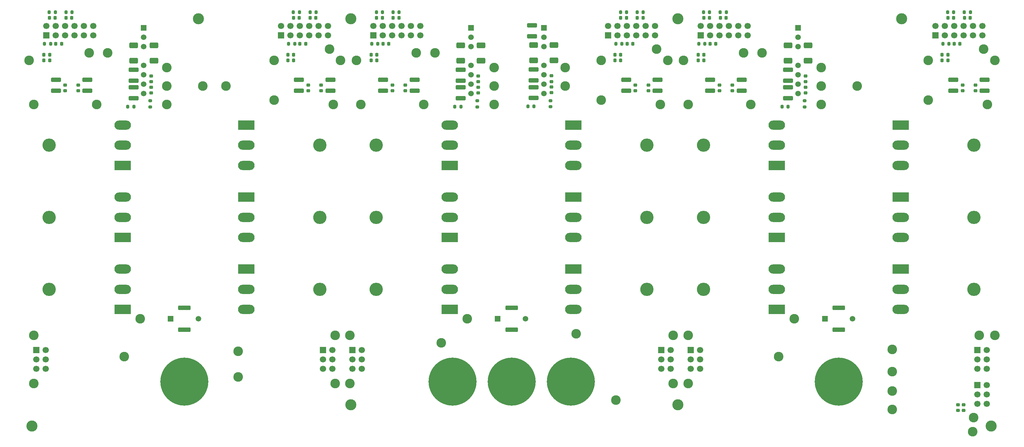
<source format=gbs>
G04 #@! TF.GenerationSoftware,KiCad,Pcbnew,9.0.1*
G04 #@! TF.CreationDate,2025-08-06T03:01:25-05:00*
G04 #@! TF.ProjectId,TractionInverter,54726163-7469-46f6-9e49-6e7665727465,rev?*
G04 #@! TF.SameCoordinates,Original*
G04 #@! TF.FileFunction,Soldermask,Bot*
G04 #@! TF.FilePolarity,Negative*
%FSLAX46Y46*%
G04 Gerber Fmt 4.6, Leading zero omitted, Abs format (unit mm)*
G04 Created by KiCad (PCBNEW 9.0.1) date 2025-08-06 03:01:25*
%MOMM*%
%LPD*%
G01*
G04 APERTURE LIST*
G04 Aperture macros list*
%AMRoundRect*
0 Rectangle with rounded corners*
0 $1 Rounding radius*
0 $2 $3 $4 $5 $6 $7 $8 $9 X,Y pos of 4 corners*
0 Add a 4 corners polygon primitive as box body*
4,1,4,$2,$3,$4,$5,$6,$7,$8,$9,$2,$3,0*
0 Add four circle primitives for the rounded corners*
1,1,$1+$1,$2,$3*
1,1,$1+$1,$4,$5*
1,1,$1+$1,$6,$7*
1,1,$1+$1,$8,$9*
0 Add four rect primitives between the rounded corners*
20,1,$1+$1,$2,$3,$4,$5,0*
20,1,$1+$1,$4,$5,$6,$7,0*
20,1,$1+$1,$6,$7,$8,$9,0*
20,1,$1+$1,$8,$9,$2,$3,0*%
G04 Aperture macros list end*
%ADD10C,3.000000*%
%ADD11R,1.700000X1.700000*%
%ADD12C,1.700000*%
%ADD13RoundRect,0.250000X-1.100000X0.325000X-1.100000X-0.325000X1.100000X-0.325000X1.100000X0.325000X0*%
%ADD14C,2.604000*%
%ADD15RoundRect,0.225000X0.250000X-0.225000X0.250000X0.225000X-0.250000X0.225000X-0.250000X-0.225000X0*%
%ADD16RoundRect,0.225000X-0.250000X0.225000X-0.250000X-0.225000X0.250000X-0.225000X0.250000X0.225000X0*%
%ADD17RoundRect,0.225000X0.225000X0.250000X-0.225000X0.250000X-0.225000X-0.250000X0.225000X-0.250000X0*%
%ADD18RoundRect,0.200000X-0.200000X-0.275000X0.200000X-0.275000X0.200000X0.275000X-0.200000X0.275000X0*%
%ADD19O,4.500000X2.500000*%
%ADD20R,4.500000X2.500000*%
%ADD21O,3.600000X3.600000*%
%ADD22RoundRect,0.225000X-0.225000X-0.250000X0.225000X-0.250000X0.225000X0.250000X-0.225000X0.250000X0*%
%ADD23RoundRect,0.250000X-1.425000X0.362500X-1.425000X-0.362500X1.425000X-0.362500X1.425000X0.362500X0*%
%ADD24RoundRect,0.200000X0.200000X0.275000X-0.200000X0.275000X-0.200000X-0.275000X0.200000X-0.275000X0*%
%ADD25RoundRect,0.250000X1.100000X-0.325000X1.100000X0.325000X-1.100000X0.325000X-1.100000X-0.325000X0*%
%ADD26RoundRect,0.200000X-0.275000X0.200000X-0.275000X-0.200000X0.275000X-0.200000X0.275000X0.200000X0*%
%ADD27C,1.500000*%
%ADD28R,1.500000X1.500000*%
%ADD29C,0.900000*%
%ADD30C,13.000000*%
%ADD31RoundRect,0.249999X0.900001X-0.525001X0.900001X0.525001X-0.900001X0.525001X-0.900001X-0.525001X0*%
G04 APERTURE END LIST*
D10*
X191250000Y-142500000D03*
X102750000Y-142500000D03*
X102750000Y-38000000D03*
X191250000Y-38000000D03*
D11*
X272225000Y-137210000D03*
D12*
X274765000Y-137210000D03*
X272225000Y-139750000D03*
X274765000Y-139750000D03*
X272225000Y-142290000D03*
X274765000Y-142290000D03*
D10*
X16500000Y-148250000D03*
X61500000Y-38000000D03*
X251750000Y-38000000D03*
X275999999Y-148249999D03*
D13*
X152250000Y-54725000D03*
X152250000Y-51775000D03*
D14*
X102500000Y-123750000D03*
D12*
X105765000Y-132790000D03*
X103225000Y-132790000D03*
X105765000Y-130250000D03*
X103225000Y-130250000D03*
X105765000Y-127710000D03*
D11*
X103225000Y-127710000D03*
D14*
X127250000Y-125750000D03*
X102500000Y-136750000D03*
X194000000Y-136750000D03*
X120500000Y-47250000D03*
X163750000Y-123250000D03*
D12*
X273600000Y-39985000D03*
X273600000Y-42525000D03*
X271060000Y-39985000D03*
X271060000Y-42525000D03*
X268520000Y-39985000D03*
X268520000Y-42525000D03*
X265980000Y-39985000D03*
X265980000Y-42525000D03*
X263440000Y-39985000D03*
X263440000Y-42525000D03*
X260900000Y-39985000D03*
D11*
X260900000Y-42525000D03*
D14*
X249250000Y-133500000D03*
X194000000Y-61250000D03*
X192750000Y-49250000D03*
X170500000Y-60000000D03*
X105500000Y-61250000D03*
X249250000Y-127500000D03*
D15*
X179750000Y-55975000D03*
X179750000Y-57525000D03*
D13*
X274250000Y-57475000D03*
X274250000Y-54525000D03*
D16*
X137250000Y-55077500D03*
X137250000Y-53527500D03*
D17*
X174225000Y-49250000D03*
X175775000Y-49250000D03*
D18*
X176090000Y-44775000D03*
X174440000Y-44775000D03*
D19*
X251500000Y-97200000D03*
X251500000Y-91750000D03*
D20*
X251500000Y-86300000D03*
D21*
X271360000Y-91750000D03*
D13*
X208500000Y-57475000D03*
X208500000Y-54525000D03*
D22*
X113000000Y-44775000D03*
X111450000Y-44775000D03*
D17*
X262725000Y-47750000D03*
X264275000Y-47750000D03*
D13*
X132500000Y-54777500D03*
X132500000Y-51827500D03*
D18*
X199825000Y-36275000D03*
X198175000Y-36275000D03*
D23*
X234750000Y-122212500D03*
X234750000Y-116287500D03*
D19*
X218000000Y-105800000D03*
X218000000Y-111250000D03*
D20*
X218000000Y-116700000D03*
D21*
X198140000Y-111250000D03*
D18*
X198550000Y-44775000D03*
X196900000Y-44775000D03*
D22*
X115775000Y-37775000D03*
X114225000Y-37775000D03*
D24*
X268715000Y-36275000D03*
X270365000Y-36275000D03*
D22*
X201500000Y-44775000D03*
X199950000Y-44775000D03*
D25*
X200000000Y-54525000D03*
X200000000Y-57475000D03*
D13*
X120000000Y-57475000D03*
X120000000Y-54525000D03*
X132500000Y-59527500D03*
X132500000Y-56577500D03*
D16*
X117500000Y-57525000D03*
X117500000Y-55975000D03*
D24*
X180215000Y-36275000D03*
X181865000Y-36275000D03*
D17*
X109725000Y-37775000D03*
X111275000Y-37775000D03*
D16*
X271750000Y-57525000D03*
X271750000Y-55975000D03*
D18*
X110050000Y-44775000D03*
X108400000Y-44775000D03*
D17*
X108225000Y-49250000D03*
X109775000Y-49250000D03*
D26*
X225500000Y-61877500D03*
X225500000Y-60227500D03*
D23*
X146250000Y-122212500D03*
X146250000Y-116287500D03*
D24*
X130905000Y-61802500D03*
X132555000Y-61802500D03*
D13*
X221000000Y-54777500D03*
X221000000Y-51827500D03*
D14*
X122500000Y-61250000D03*
X170500000Y-49250000D03*
D12*
X185100000Y-39985000D03*
X185100000Y-42525000D03*
X182560000Y-39985000D03*
X182560000Y-42525000D03*
X180020000Y-39985000D03*
X180020000Y-42525000D03*
X177480000Y-39985000D03*
X177480000Y-42525000D03*
X174940000Y-39985000D03*
X174940000Y-42525000D03*
X172400000Y-39985000D03*
D11*
X172400000Y-42525000D03*
D14*
X214000000Y-47250000D03*
X190000000Y-123750000D03*
X259000000Y-60000000D03*
X190000000Y-136750000D03*
X141500000Y-51250000D03*
X194000000Y-123750000D03*
X272750000Y-123750000D03*
X134250000Y-119250000D03*
X218500000Y-129500000D03*
X275000000Y-61250000D03*
X230000000Y-56250000D03*
X277000000Y-49250000D03*
X141500000Y-61250000D03*
X274000000Y-46250000D03*
D27*
X238500000Y-119250000D03*
D28*
X231000000Y-119250000D03*
D12*
X274765000Y-132790000D03*
X272225000Y-132790000D03*
X274765000Y-130250000D03*
X272225000Y-130250000D03*
X274765000Y-127710000D03*
D11*
X272225000Y-127710000D03*
D14*
X186500000Y-61250000D03*
X125500000Y-47250000D03*
D27*
X223760000Y-58250000D03*
X223760000Y-55710000D03*
X223760000Y-53170000D03*
X223760000Y-50630000D03*
X223760000Y-45550000D03*
X223760000Y-43010000D03*
D28*
X223760000Y-40470000D03*
D14*
X188500000Y-49250000D03*
X259000000Y-49250000D03*
D12*
X121600000Y-39985000D03*
X121600000Y-42525000D03*
X119060000Y-39985000D03*
X119060000Y-42525000D03*
X116520000Y-39985000D03*
X116520000Y-42525000D03*
X113980000Y-39985000D03*
X113980000Y-42525000D03*
X111440000Y-39985000D03*
X111440000Y-42525000D03*
X108900000Y-39985000D03*
D11*
X108900000Y-42525000D03*
D14*
X239750000Y-56250000D03*
D12*
X210100000Y-39985000D03*
X210100000Y-42525000D03*
X207560000Y-39985000D03*
X207560000Y-42525000D03*
X205020000Y-39985000D03*
X205020000Y-42525000D03*
X202480000Y-39985000D03*
X202480000Y-42525000D03*
X199940000Y-39985000D03*
X199940000Y-42525000D03*
X197400000Y-39985000D03*
D11*
X197400000Y-42525000D03*
D14*
X209000000Y-47250000D03*
D29*
X151125000Y-136250000D03*
X149697146Y-139697146D03*
X149697146Y-132802854D03*
X146250000Y-141125000D03*
D30*
X146250000Y-136250000D03*
D29*
X146250000Y-131375000D03*
X142802854Y-139697146D03*
X142802854Y-132802854D03*
X141375000Y-136250000D03*
X239625000Y-136250000D03*
X238197146Y-139697146D03*
X238197146Y-132802854D03*
X234750000Y-141125000D03*
D30*
X234750000Y-136250000D03*
D29*
X234750000Y-131375000D03*
X231302854Y-139697146D03*
X231302854Y-132802854D03*
X229875000Y-136250000D03*
D14*
X230000000Y-51250000D03*
X230000000Y-61250000D03*
D27*
X150000000Y-119250000D03*
D28*
X142500000Y-119250000D03*
D12*
X197265000Y-132750000D03*
X194725000Y-132750000D03*
X197265000Y-130210000D03*
X194725000Y-130210000D03*
X197265000Y-127670000D03*
D11*
X194725000Y-127670000D03*
D14*
X222750000Y-119250000D03*
X174500000Y-141250000D03*
X141500000Y-56250000D03*
X211000000Y-61250000D03*
X185500000Y-46250000D03*
X104250000Y-49250000D03*
D27*
X135260000Y-58250000D03*
X135260000Y-55710000D03*
X135260000Y-53170000D03*
X135260000Y-50630000D03*
X135260000Y-45550000D03*
X135260000Y-43010000D03*
D28*
X135260000Y-40470000D03*
D14*
X277000000Y-123750000D03*
D16*
X183250000Y-57525000D03*
X183250000Y-55975000D03*
D18*
X265865000Y-36275000D03*
X264215000Y-36275000D03*
D19*
X129500000Y-66800000D03*
X129500000Y-72250000D03*
D20*
X129500000Y-77700000D03*
D21*
X109640000Y-72250000D03*
D26*
X137000000Y-61877500D03*
X137000000Y-60227500D03*
D25*
X111500000Y-54525000D03*
X111500000Y-57475000D03*
D19*
X218000000Y-66800000D03*
X218000000Y-72250000D03*
D20*
X218000000Y-77700000D03*
D21*
X198140000Y-72250000D03*
D22*
X267540000Y-44775000D03*
X265990000Y-44775000D03*
D17*
X175765000Y-37775000D03*
X177315000Y-37775000D03*
D19*
X163000000Y-77700000D03*
X163000000Y-72250000D03*
D20*
X163000000Y-66800000D03*
D21*
X182860000Y-72250000D03*
D16*
X225750000Y-58077500D03*
X225750000Y-56527500D03*
D31*
X138000000Y-45227500D03*
X138000000Y-49377500D03*
D16*
X137250000Y-58077500D03*
X137250000Y-56527500D03*
D22*
X181815000Y-37775000D03*
X180265000Y-37775000D03*
D17*
X196725000Y-47750000D03*
X198275000Y-47750000D03*
D15*
X114000000Y-55975000D03*
X114000000Y-57525000D03*
D18*
X264590000Y-44775000D03*
X262940000Y-44775000D03*
X177365000Y-36275000D03*
X175715000Y-36275000D03*
D17*
X174225000Y-47750000D03*
X175775000Y-47750000D03*
D19*
X218000000Y-86300000D03*
X218000000Y-91750000D03*
D20*
X218000000Y-97200000D03*
D21*
X198140000Y-91750000D03*
D24*
X202675000Y-36275000D03*
X204325000Y-36275000D03*
D17*
X262725000Y-49250000D03*
X264275000Y-49250000D03*
X108225000Y-47750000D03*
X109775000Y-47750000D03*
D19*
X129500000Y-86300000D03*
X129500000Y-91750000D03*
D20*
X129500000Y-97200000D03*
D21*
X109640000Y-91750000D03*
D22*
X204275000Y-37775000D03*
X202725000Y-37775000D03*
D25*
X265750000Y-54525000D03*
X265750000Y-57475000D03*
D19*
X163000000Y-97200000D03*
X163000000Y-91750000D03*
D20*
X163000000Y-86300000D03*
D21*
X182860000Y-91750000D03*
D19*
X251500000Y-77700000D03*
X251500000Y-72250000D03*
D20*
X251500000Y-66800000D03*
D21*
X271360000Y-72250000D03*
D17*
X264265000Y-37775000D03*
X265815000Y-37775000D03*
D15*
X268250000Y-55975000D03*
X268250000Y-57525000D03*
D31*
X221000000Y-45227500D03*
X221000000Y-49377500D03*
D22*
X270315000Y-37775000D03*
X268765000Y-37775000D03*
D24*
X114175000Y-36275000D03*
X115825000Y-36275000D03*
D22*
X179040000Y-44775000D03*
X177490000Y-44775000D03*
D19*
X251500000Y-116700000D03*
X251500000Y-111250000D03*
D20*
X251500000Y-105800000D03*
D21*
X271360000Y-111250000D03*
D19*
X163000000Y-116700000D03*
X163000000Y-111250000D03*
D20*
X163000000Y-105800000D03*
D21*
X182860000Y-111250000D03*
D18*
X111325000Y-36275000D03*
X109675000Y-36275000D03*
D13*
X221000000Y-59527500D03*
X221000000Y-56577500D03*
D17*
X198225000Y-37775000D03*
X199775000Y-37775000D03*
D16*
X206000000Y-57525000D03*
X206000000Y-55975000D03*
D31*
X132500000Y-45227500D03*
X132500000Y-49377500D03*
D15*
X202500000Y-55975000D03*
X202500000Y-57525000D03*
D25*
X177250000Y-54525000D03*
X177250000Y-57475000D03*
D31*
X226500000Y-45227500D03*
X226500000Y-49377500D03*
D19*
X129500000Y-105800000D03*
X129500000Y-111250000D03*
D20*
X129500000Y-116700000D03*
D21*
X109640000Y-111250000D03*
D24*
X219405000Y-61802500D03*
X221055000Y-61802500D03*
D13*
X185750000Y-57475000D03*
X185750000Y-54525000D03*
D17*
X196725000Y-49250000D03*
X198275000Y-49250000D03*
D16*
X225750000Y-55077500D03*
X225750000Y-53527500D03*
D17*
X21275000Y-47750000D03*
X19725000Y-47750000D03*
D18*
X21175000Y-36275000D03*
X22825000Y-36275000D03*
D25*
X88750000Y-57475000D03*
X88750000Y-54525000D03*
D17*
X88815000Y-37775000D03*
X87265000Y-37775000D03*
D21*
X94360000Y-111250000D03*
D20*
X74500000Y-105800000D03*
D19*
X74500000Y-111250000D03*
X74500000Y-116700000D03*
D15*
X91250000Y-57525000D03*
X91250000Y-55975000D03*
D17*
X87275000Y-47750000D03*
X85725000Y-47750000D03*
D18*
X87215000Y-36275000D03*
X88865000Y-36275000D03*
D22*
X91765000Y-37775000D03*
X93315000Y-37775000D03*
D31*
X44000000Y-49377500D03*
X44000000Y-45227500D03*
D16*
X29000000Y-55975000D03*
X29000000Y-57525000D03*
D26*
X48500000Y-60227500D03*
X48500000Y-61877500D03*
D18*
X19900000Y-44775000D03*
X21550000Y-44775000D03*
D23*
X57750000Y-116287500D03*
X57750000Y-122212500D03*
D13*
X44000000Y-56577500D03*
X44000000Y-59527500D03*
D21*
X21140000Y-72250000D03*
D20*
X41000000Y-77700000D03*
D19*
X41000000Y-72250000D03*
X41000000Y-66800000D03*
D24*
X27325000Y-36275000D03*
X25675000Y-36275000D03*
D22*
X88990000Y-44775000D03*
X90540000Y-44775000D03*
D24*
X44055000Y-61802500D03*
X42405000Y-61802500D03*
D13*
X31500000Y-54525000D03*
X31500000Y-57475000D03*
D16*
X48750000Y-56527500D03*
X48750000Y-58077500D03*
D13*
X44000000Y-51827500D03*
X44000000Y-54777500D03*
D22*
X22950000Y-44775000D03*
X24500000Y-44775000D03*
D21*
X21140000Y-91750000D03*
D20*
X41000000Y-97200000D03*
D19*
X41000000Y-91750000D03*
X41000000Y-86300000D03*
D24*
X93365000Y-36275000D03*
X91715000Y-36275000D03*
D21*
X21140000Y-111250000D03*
D20*
X41000000Y-116700000D03*
D19*
X41000000Y-111250000D03*
X41000000Y-105800000D03*
D15*
X25500000Y-57525000D03*
X25500000Y-55975000D03*
D18*
X85940000Y-44775000D03*
X87590000Y-44775000D03*
D13*
X97250000Y-54525000D03*
X97250000Y-57475000D03*
D25*
X23000000Y-57475000D03*
X23000000Y-54525000D03*
D21*
X94360000Y-91750000D03*
D20*
X74500000Y-86300000D03*
D19*
X74500000Y-91750000D03*
X74500000Y-97200000D03*
D17*
X22775000Y-37775000D03*
X21225000Y-37775000D03*
X87275000Y-49250000D03*
X85725000Y-49250000D03*
D16*
X94750000Y-55975000D03*
X94750000Y-57525000D03*
D31*
X49500000Y-49377500D03*
X49500000Y-45227500D03*
D17*
X21275000Y-49250000D03*
X19725000Y-49250000D03*
D22*
X25725000Y-37775000D03*
X27275000Y-37775000D03*
D21*
X94360000Y-72250000D03*
D20*
X74500000Y-66800000D03*
D19*
X74500000Y-72250000D03*
X74500000Y-77700000D03*
D16*
X48750000Y-53527500D03*
X48750000Y-55077500D03*
D24*
X152325000Y-61750000D03*
X150675000Y-61750000D03*
D16*
X267000000Y-142475000D03*
X267000000Y-144025000D03*
X157000000Y-56475000D03*
X157000000Y-58025000D03*
D14*
X82000000Y-60000000D03*
D29*
X125375000Y-136250000D03*
X126802854Y-132802854D03*
X126802854Y-139697146D03*
X130250000Y-131375000D03*
D30*
X130250000Y-136250000D03*
D29*
X130250000Y-141125000D03*
X133697146Y-132802854D03*
X133697146Y-139697146D03*
X135125000Y-136250000D03*
D14*
X98500000Y-136750000D03*
D29*
X157375000Y-136250000D03*
X158802854Y-132802854D03*
X158802854Y-139697146D03*
X162250000Y-131375000D03*
D30*
X162250000Y-136250000D03*
D29*
X162250000Y-141125000D03*
X165697146Y-132802854D03*
X165697146Y-139697146D03*
X167125000Y-136250000D03*
D31*
X152250000Y-49325000D03*
X152250000Y-45175000D03*
D28*
X155000000Y-40500000D03*
D27*
X155000000Y-43040000D03*
X155000000Y-45580000D03*
X155000000Y-50660000D03*
X155000000Y-53200000D03*
X155000000Y-55740000D03*
X155000000Y-58280000D03*
D14*
X45750000Y-119250000D03*
D16*
X157000000Y-53475000D03*
X157000000Y-55025000D03*
D26*
X156750000Y-60175000D03*
X156750000Y-61825000D03*
D11*
X186725000Y-127710000D03*
D12*
X189265000Y-127710000D03*
X186725000Y-130250000D03*
X189265000Y-130250000D03*
X186725000Y-132790000D03*
X189265000Y-132790000D03*
D14*
X17000000Y-136750000D03*
X17000000Y-61250000D03*
X271000000Y-149750000D03*
X160750000Y-56250000D03*
D31*
X157750000Y-49325000D03*
X157750000Y-45175000D03*
D25*
X151750000Y-42725000D03*
X151750000Y-39775000D03*
D14*
X98000000Y-61250000D03*
D28*
X54000000Y-119250000D03*
D27*
X61500000Y-119250000D03*
D14*
X249250000Y-138750000D03*
X271250000Y-146000000D03*
X160750000Y-51250000D03*
X97000000Y-46250000D03*
X72250000Y-128000000D03*
X72250000Y-135000000D03*
X41500000Y-129500000D03*
D11*
X17710000Y-127670000D03*
D12*
X20250000Y-127670000D03*
X17710000Y-130210000D03*
X20250000Y-130210000D03*
X17710000Y-132750000D03*
X20250000Y-132750000D03*
D14*
X53000000Y-61250000D03*
X62750000Y-56250000D03*
X53000000Y-56250000D03*
D11*
X20420000Y-42525000D03*
D12*
X20420000Y-39985000D03*
X22960000Y-42525000D03*
X22960000Y-39985000D03*
X25500000Y-42525000D03*
X25500000Y-39985000D03*
X28040000Y-42525000D03*
X28040000Y-39985000D03*
X30580000Y-42525000D03*
X30580000Y-39985000D03*
X33120000Y-42525000D03*
X33120000Y-39985000D03*
D16*
X268500000Y-142475000D03*
X268500000Y-144025000D03*
D14*
X15750000Y-49250000D03*
D11*
X95210000Y-127670000D03*
D12*
X97750000Y-127670000D03*
X95210000Y-130210000D03*
X97750000Y-130210000D03*
X95210000Y-132750000D03*
X97750000Y-132750000D03*
D14*
X82000000Y-49250000D03*
X32000000Y-47250000D03*
X53000000Y-51250000D03*
X98500000Y-123750000D03*
D29*
X52875000Y-136250000D03*
X54302854Y-132802854D03*
X54302854Y-139697146D03*
X57750000Y-131375000D03*
D30*
X57750000Y-136250000D03*
D29*
X57750000Y-141125000D03*
X61197146Y-132802854D03*
X61197146Y-139697146D03*
X62625000Y-136250000D03*
D14*
X17000000Y-123750000D03*
D11*
X83900000Y-42525000D03*
D12*
X83900000Y-39985000D03*
X86440000Y-42525000D03*
X86440000Y-39985000D03*
X88980000Y-42525000D03*
X88980000Y-39985000D03*
X91520000Y-42525000D03*
X91520000Y-39985000D03*
X94060000Y-42525000D03*
X94060000Y-39985000D03*
X96600000Y-42525000D03*
X96600000Y-39985000D03*
D13*
X152250000Y-56525000D03*
X152250000Y-59475000D03*
D14*
X34000000Y-61250000D03*
X249250000Y-143750000D03*
D28*
X46750000Y-40500000D03*
D27*
X46750000Y-43040000D03*
X46750000Y-45580000D03*
X46750000Y-50660000D03*
X46750000Y-53200000D03*
X46750000Y-55740000D03*
X46750000Y-58280000D03*
D14*
X100000000Y-49250000D03*
X37000000Y-47250000D03*
X69000000Y-56250000D03*
M02*

</source>
